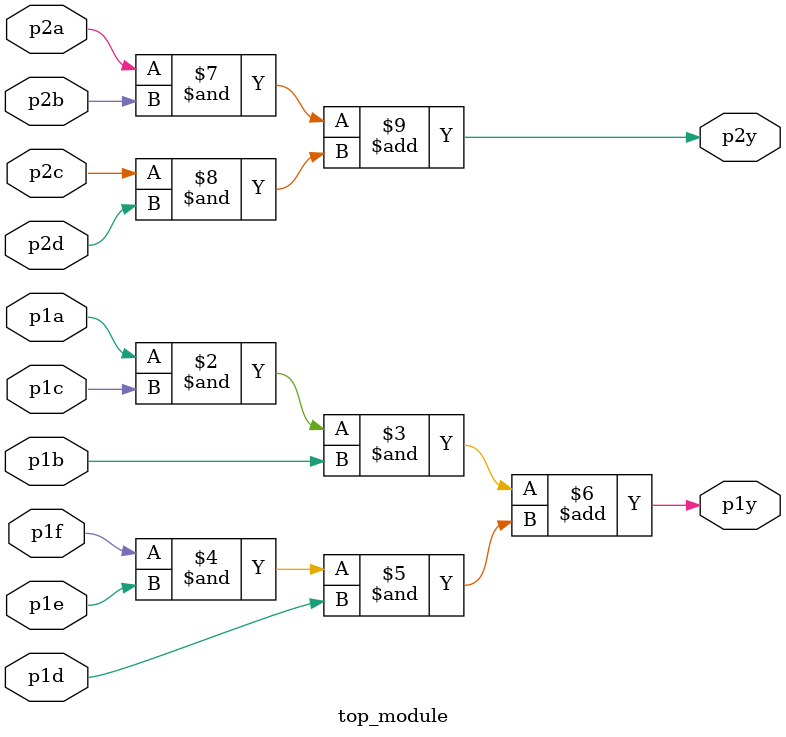
<source format=v>
module top_module(
    input wire p1a,p2a,p1b,p2b,p1c,p2c,p1d,p2d,p1f,p1e,
    output reg p1y,p2y
);

always @(*) begin
    p1y =  (p1a&p1c&p1b)+(p1f&p1e&p1d);

    p2y =  (p2a&p2b)+(p2c&p2d);

end

endmodule
</source>
